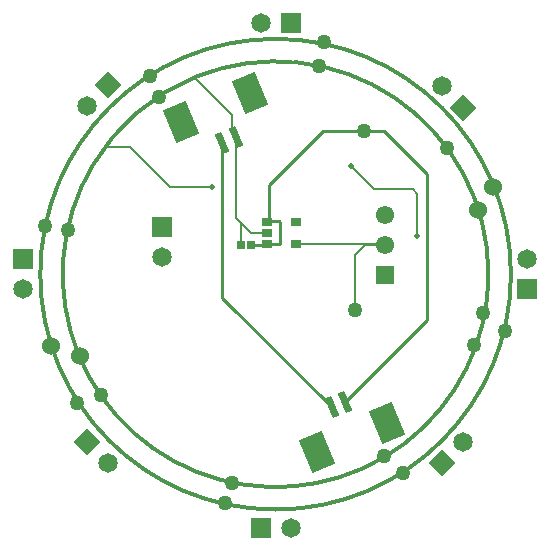
<source format=gbl>
G04 Layer_Physical_Order=2*
G04 Layer_Color=11436288*
%FSLAX25Y25*%
%MOIN*%
G70*
G01*
G75*
%ADD11R,0.02677X0.02520*%
%ADD26C,0.01000*%
%ADD27C,0.00787*%
%ADD29C,0.06102*%
%ADD30R,0.06102X0.06102*%
%ADD31R,0.06500X0.06500*%
%ADD32C,0.06500*%
%ADD33R,0.06500X0.06500*%
%ADD34C,0.06000*%
%ADD35P,0.09192X4X180.0*%
%ADD36P,0.09192X4X90.0*%
%ADD37C,0.05000*%
%ADD38C,0.02000*%
%ADD39C,0.01394*%
G04:AMPARAMS|DCode=40|XSize=23.62mil|YSize=70.87mil|CornerRadius=0mil|HoleSize=0mil|Usage=FLASHONLY|Rotation=202.500|XOffset=0mil|YOffset=0mil|HoleType=Round|Shape=Rectangle|*
%AMROTATEDRECTD40*
4,1,4,-0.00265,0.03726,0.02447,-0.02822,0.00265,-0.03726,-0.02447,0.02822,-0.00265,0.03726,0.0*
%
%ADD40ROTATEDRECTD40*%

G04:AMPARAMS|DCode=41|XSize=82.68mil|YSize=118.11mil|CornerRadius=0mil|HoleSize=0mil|Usage=FLASHONLY|Rotation=202.500|XOffset=0mil|YOffset=0mil|HoleType=Round|Shape=Rectangle|*
%AMROTATEDRECTD41*
4,1,4,0.01559,0.07038,0.06079,-0.03874,-0.01559,-0.07038,-0.06079,0.03874,0.01559,0.07038,0.0*
%
%ADD41ROTATEDRECTD41*%

%ADD42R,0.03543X0.02559*%
D11*
X283701Y324803D02*
D03*
X287165D02*
D03*
D26*
X345669Y299606D02*
Y348425D01*
X331496Y362598D02*
X345669Y348425D01*
X324803Y362598D02*
X331496D01*
X292913Y332480D02*
Y344587D01*
X310925Y362598D01*
X324803D01*
X292913Y325000D02*
X296654D01*
Y332480D01*
X296457Y332677D02*
X296654Y332480D01*
X293110Y332677D02*
X296457D01*
X277559Y306956D02*
X313957Y270558D01*
X277559Y306956D02*
Y358661D01*
X318504Y272441D02*
X345669Y299606D01*
X287165Y324803D02*
X292323D01*
X292520Y325000D01*
D27*
X342520Y327953D02*
Y341732D01*
X340945Y343307D02*
X342520Y341732D01*
X324961Y324567D02*
X331890D01*
X321654Y321260D02*
X324961Y324567D01*
X321654Y303150D02*
Y321260D01*
X327953Y343307D02*
X340945D01*
X320276Y350984D02*
X327953Y343307D01*
X302362Y325000D02*
X331457D01*
X260170Y343898D02*
X274213D01*
X246864Y357204D02*
X260170Y343898D01*
X238512Y357204D02*
X246864D01*
X280709Y361942D02*
X282106Y360545D01*
X280709Y361942D02*
Y368110D01*
X268856Y379963D02*
X280709Y368110D01*
X268856Y379963D02*
Y380813D01*
X287008Y328740D02*
X292913D01*
X282106Y333642D02*
Y360545D01*
X283701Y324803D02*
Y332047D01*
X282106Y333642D02*
X283701Y332047D01*
X287008Y328740D01*
D29*
X331890Y334567D02*
D03*
Y324567D02*
D03*
D30*
Y314567D02*
D03*
D31*
X257480Y330591D02*
D03*
X379134Y309961D02*
D03*
X211024Y319961D02*
D03*
D32*
X257480Y320590D02*
D03*
X290276Y398819D02*
D03*
X350795Y377551D02*
D03*
X379134Y319961D02*
D03*
X357866Y259047D02*
D03*
X300276Y230315D02*
D03*
X239362Y251976D02*
D03*
X211024Y309961D02*
D03*
X232291Y370874D02*
D03*
D33*
X300276Y398819D02*
D03*
X290276Y230315D02*
D03*
D34*
X367717Y344094D02*
D03*
X362598Y336221D02*
D03*
X229921Y287795D02*
D03*
X220472Y290945D02*
D03*
D35*
X357866Y370480D02*
D03*
X232291Y259047D02*
D03*
D36*
X350795Y251976D02*
D03*
X239362Y377945D02*
D03*
D37*
X364567Y301969D02*
D03*
X371654Y296063D02*
D03*
X361417Y291339D02*
D03*
X337795Y248819D02*
D03*
X331496Y254331D02*
D03*
X280709Y245276D02*
D03*
X278346Y238583D02*
D03*
X237008Y274803D02*
D03*
X229134Y272047D02*
D03*
X225984Y329528D02*
D03*
X218504Y331102D02*
D03*
X256299Y374016D02*
D03*
X253543Y381102D02*
D03*
X311417Y392520D02*
D03*
X352362Y357087D02*
D03*
X309842Y384252D02*
D03*
X321654Y303150D02*
D03*
X324803Y362598D02*
D03*
D38*
X274213Y343898D02*
D03*
X342520Y327559D02*
D03*
X320276Y350984D02*
D03*
D39*
X373720Y314961D02*
G03*
X373720Y314961I-78444J0D01*
G01*
X234260Y351177D02*
G03*
X366230Y314961I61016J-36216D01*
G01*
X268856Y380813D02*
G03*
X234260Y351177I26420J-65852D01*
G01*
X366230Y314961D02*
G03*
X268856Y380813I-70955J0D01*
G01*
D40*
X318504Y272441D02*
D03*
X313957Y270558D02*
D03*
X277559Y358661D02*
D03*
X282106Y360545D02*
D03*
D41*
X309202Y255804D02*
D03*
X332299Y265371D02*
D03*
X286861Y375299D02*
D03*
X263764Y365732D02*
D03*
D42*
X301969Y325000D02*
D03*
Y332480D02*
D03*
X292520Y332480D02*
D03*
Y328740D02*
D03*
Y325000D02*
D03*
M02*

</source>
